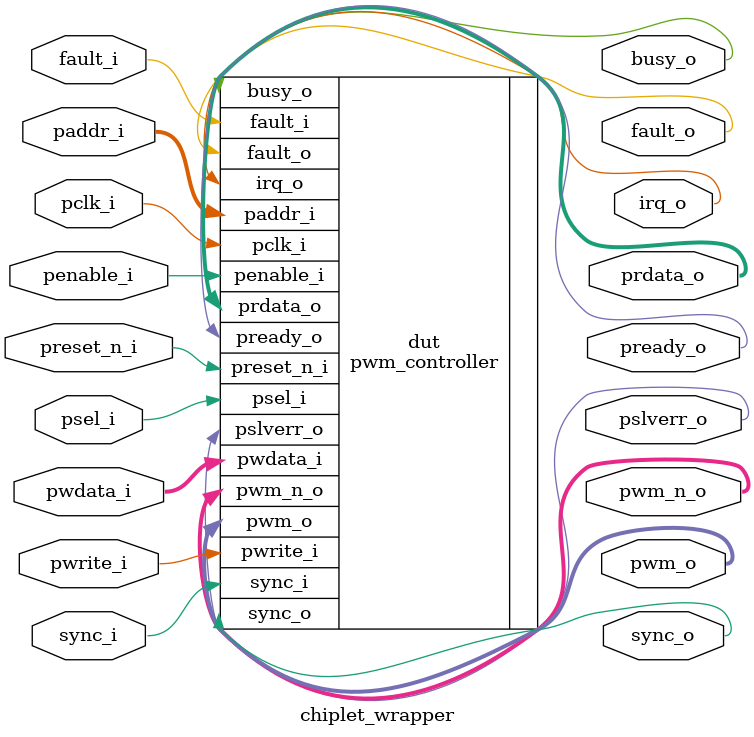
<source format=v>

module chiplet_wrapper (
    input  wire        pclk_i,
    input  wire        preset_n_i,
    input  wire        psel_i,
    input  wire        penable_i,
    input  wire        pwrite_i,
    input  wire [11:0] paddr_i,
    input  wire [31:0] pwdata_i,
    output wire [31:0] prdata_o,
    output wire        pready_o,
    output wire        pslverr_o,
    output wire [7:0]  pwm_o,
    output wire [7:0]  pwm_n_o,
    input  wire        sync_i,
    output wire        sync_o,
    input  wire        fault_i,
    output wire        fault_o,
    output wire        irq_o,
    output wire        busy_o
);

    pwm_controller dut (
        .pclk_i(pclk_i),
        .preset_n_i(preset_n_i),
        .psel_i(psel_i),
        .penable_i(penable_i),
        .pwrite_i(pwrite_i),
        .paddr_i(paddr_i),
        .pwdata_i(pwdata_i),
        .prdata_o(prdata_o),
        .pready_o(pready_o),
        .pslverr_o(pslverr_o),
        .pwm_o(pwm_o),
        .pwm_n_o(pwm_n_o),
        .sync_i(sync_i),
        .sync_o(sync_o),
        .fault_i(fault_i),
        .fault_o(fault_o),
        .irq_o(irq_o),
        .busy_o(busy_o)
    );

endmodule 
</source>
